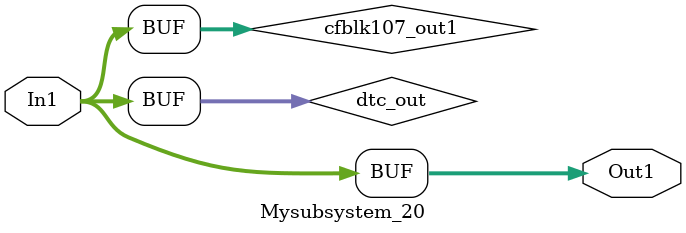
<source format=v>



`timescale 1 ns / 1 ns

module Mysubsystem_20
          (In1,
           Out1);


  input   [7:0] In1;  // uint8
  output  [7:0] Out1;  // uint8


  wire [7:0] dtc_out;  // ufix8
  wire [7:0] cfblk107_out1;  // uint8


  assign dtc_out = In1;



  assign cfblk107_out1 = dtc_out;



  assign Out1 = cfblk107_out1;

endmodule  // Mysubsystem_20


</source>
